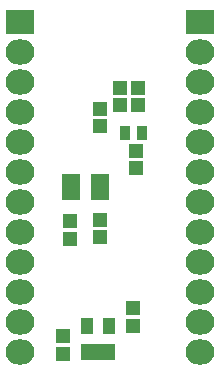
<source format=gbr>
G04 #@! TF.FileFunction,Soldermask,Bot*
%FSLAX46Y46*%
G04 Gerber Fmt 4.6, Leading zero omitted, Abs format (unit mm)*
G04 Created by KiCad (PCBNEW 4.0.4-stable) date 06/20/17 22:04:30*
%MOMM*%
%LPD*%
G01*
G04 APERTURE LIST*
%ADD10C,0.100000*%
%ADD11R,2.432000X2.127200*%
%ADD12O,2.432000X2.127200*%
%ADD13R,1.150000X1.200000*%
%ADD14R,0.900000X1.300000*%
%ADD15R,1.050000X1.460000*%
%ADD16R,1.500000X2.300000*%
G04 APERTURE END LIST*
D10*
D11*
X27000000Y-20000000D03*
D12*
X27000000Y-22540000D03*
X27000000Y-25080000D03*
X27000000Y-27620000D03*
X27000000Y-30160000D03*
X27000000Y-32700000D03*
X27000000Y-35240000D03*
X27000000Y-37780000D03*
X27000000Y-40320000D03*
X27000000Y-42860000D03*
X27000000Y-45400000D03*
X27000000Y-47940000D03*
D11*
X42300000Y-20000000D03*
D12*
X42300000Y-22540000D03*
X42300000Y-25080000D03*
X42300000Y-27620000D03*
X42300000Y-30160000D03*
X42300000Y-32700000D03*
X42300000Y-35240000D03*
X42300000Y-37780000D03*
X42300000Y-40320000D03*
X42300000Y-42860000D03*
X42300000Y-45400000D03*
X42300000Y-47940000D03*
D13*
X30670500Y-48121000D03*
X30670500Y-46621000D03*
X36639500Y-45771500D03*
X36639500Y-44271500D03*
X36830000Y-32436500D03*
X36830000Y-30936500D03*
X37020500Y-25602500D03*
X37020500Y-27102500D03*
X31305500Y-38405500D03*
X31305500Y-36905500D03*
X33845500Y-38278500D03*
X33845500Y-36778500D03*
X33845500Y-27380500D03*
X33845500Y-28880500D03*
X35496500Y-25602500D03*
X35496500Y-27102500D03*
D14*
X35889500Y-29400500D03*
X37389500Y-29400500D03*
D15*
X34605000Y-47963000D03*
X33655000Y-47963000D03*
X32705000Y-47963000D03*
X32705000Y-45763000D03*
X34605000Y-45763000D03*
D16*
X33845500Y-33972500D03*
X31345500Y-33972500D03*
M02*

</source>
